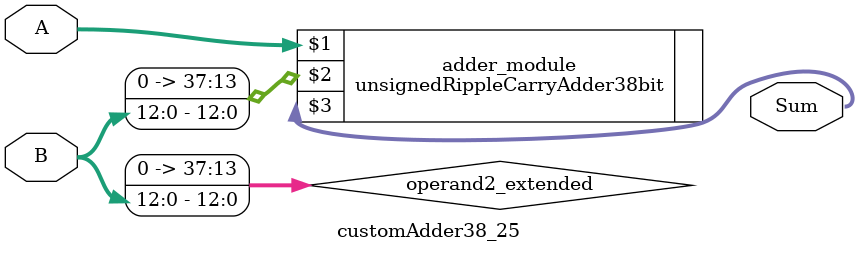
<source format=v>
module customAdder38_25(
                        input [37 : 0] A,
                        input [12 : 0] B,
                        
                        output [38 : 0] Sum
                );

        wire [37 : 0] operand2_extended;
        
        assign operand2_extended =  {25'b0, B};
        
        unsignedRippleCarryAdder38bit adder_module(
            A,
            operand2_extended,
            Sum
        );
        
        endmodule
        
</source>
